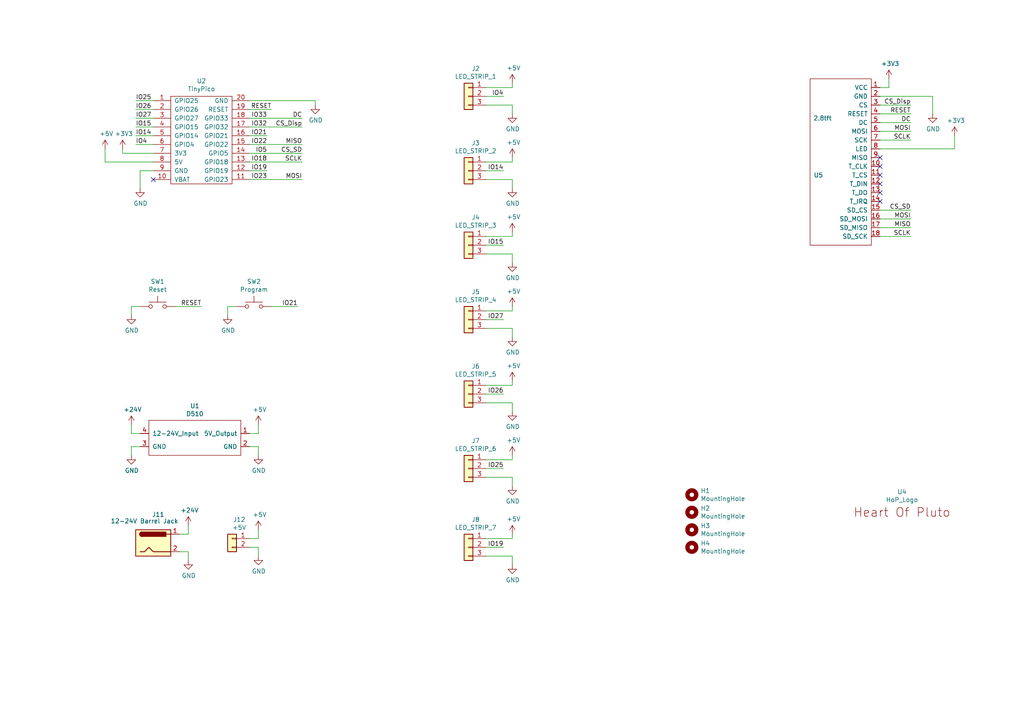
<source format=kicad_sch>
(kicad_sch (version 20211123) (generator eeschema)
  (paper "A4")
  (lib_symbols
    (symbol "Connector:Barrel_Jack" (pin_names (offset 1.016))
      (property "Reference" "J" (at 0 5.334 0))
      (property "Value" "Barrel_Jack" (at 0 -5.08 0))
      (symbol "Barrel_Jack_0_1"
        (rectangle (start -5.08 3.81) (end 5.08 -3.81) (stroke (width 0.254)) (fill (type background)))
        (arc (start -3.302 3.175) (mid -3.937 2.54) (end -3.302 1.905) (stroke (width 0.254)))
        (arc (start -3.302 3.175) (mid -3.937 2.54) (end -3.302 1.905) (stroke (width 0.254)) (fill (type outline)))
        (polyline (pts (xy 5.08 2.54) (xy 3.81 2.54)) (stroke (width 0.254)))
        (polyline (pts (xy -3.81 -2.54) (xy -2.54 -2.54) (xy -1.27 -1.27) (xy 0 -2.54) (xy 2.54 -2.54) (xy 5.08 -2.54)) (stroke (width 0.254)))
        (rectangle (start 3.683 3.175) (end -3.302 1.905) (stroke (width 0.254)) (fill (type outline)))
      )
      (symbol "Barrel_Jack_1_1"
        (pin passive line (at 7.62 2.54 180) (length 2.54) (name "~") (number "1"))
        (pin passive line (at 7.62 -2.54 180) (length 2.54) (name "~") (number "2"))
      )
    )
    (symbol "Connector_Generic:Conn_01x02" (pin_names (offset 1.016) hide)
      (property "Reference" "J" (at 0 2.54 0))
      (property "Value" "Conn_01x02" (at 0 -5.08 0))
      (symbol "Conn_01x02_1_1"
        (rectangle (start -1.27 -2.413) (end 0 -2.667) (stroke (width 0.1524)))
        (rectangle (start -1.27 0.127) (end 0 -0.127) (stroke (width 0.1524)))
        (rectangle (start -1.27 1.27) (end 1.27 -3.81) (stroke (width 0.254)) (fill (type background)))
        (pin passive line (at -5.08 0 0) (length 3.81) (name "Pin_1") (number "1"))
        (pin passive line (at -5.08 -2.54 0) (length 3.81) (name "Pin_2") (number "2"))
      )
    )
    (symbol "Connector_Generic:Conn_01x03" (pin_names (offset 1.016) hide)
      (property "Reference" "J" (at 0 5.08 0))
      (property "Value" "Conn_01x03" (at 0 -5.08 0))
      (symbol "Conn_01x03_1_1"
        (rectangle (start -1.27 -2.413) (end 0 -2.667) (stroke (width 0.1524)))
        (rectangle (start -1.27 0.127) (end 0 -0.127) (stroke (width 0.1524)))
        (rectangle (start -1.27 2.667) (end 0 2.413) (stroke (width 0.1524)))
        (rectangle (start -1.27 3.81) (end 1.27 -3.81) (stroke (width 0.254)) (fill (type background)))
        (pin passive line (at -5.08 2.54 0) (length 3.81) (name "Pin_1") (number "1"))
        (pin passive line (at -5.08 0 0) (length 3.81) (name "Pin_2") (number "2"))
        (pin passive line (at -5.08 -2.54 0) (length 3.81) (name "Pin_3") (number "3"))
      )
    )
    (symbol "Mechanical:MountingHole" (pin_names (offset 1.016))
      (property "Reference" "H" (at 0 5.08 0))
      (property "Value" "MountingHole" (at 0 3.175 0))
      (symbol "MountingHole_0_1"
        (circle (center 0 0) (radius 1.27) (stroke (width 1.27)))
      )
    )
    (symbol "Switch:SW_Push" (pin_numbers hide) (pin_names (offset 1.016) hide)
      (property "Reference" "SW" (at 1.27 2.54 0))
      (property "Value" "SW_Push" (at 0 -1.524 0))
      (symbol "SW_Push_0_1"
        (circle (center -2.032 0) (radius 0.508))
        (polyline (pts (xy 0 1.27) (xy 0 3.048)))
        (polyline (pts (xy 2.54 1.27) (xy -2.54 1.27)))
        (circle (center 2.032 0) (radius 0.508))
        (pin passive line (at -5.08 0 0) (length 2.54) (name "1") (number "1"))
        (pin passive line (at 5.08 0 180) (length 2.54) (name "2") (number "2"))
      )
    )
    (symbol "TinyPico:TinyPico" (pin_names (offset 1.016))
      (property "Reference" "U" (at 8.89 -26.67 0))
      (property "Value" "TinyPico" (at 8.89 1.27 0))
      (symbol "TinyPico_0_0"
        (pin unspecified line (at -5.08 -1.27 0) (length 5.08) (name "GPIO25") (number "1"))
        (pin unspecified line (at -5.08 -24.13 0) (length 5.08) (name "VBAT") (number "10"))
        (pin unspecified line (at 22.86 -24.13 180) (length 5.08) (name "GPIO23") (number "11"))
        (pin unspecified line (at 22.86 -21.59 180) (length 5.08) (name "GPIO19") (number "12"))
        (pin unspecified line (at 22.86 -19.05 180) (length 5.08) (name "GPIO18") (number "13"))
        (pin unspecified line (at 22.86 -16.51 180) (length 5.08) (name "GPIO5") (number "14"))
        (pin unspecified line (at 22.86 -13.97 180) (length 5.08) (name "GPIO22") (number "15"))
        (pin unspecified line (at 22.86 -11.43 180) (length 5.08) (name "GPIO21") (number "16"))
        (pin unspecified line (at 22.86 -8.89 180) (length 5.08) (name "GPIO32") (number "17"))
        (pin unspecified line (at 22.86 -6.35 180) (length 5.08) (name "GPIO33") (number "18"))
        (pin unspecified line (at 22.86 -3.81 180) (length 5.08) (name "RESET") (number "19"))
        (pin unspecified line (at -5.08 -3.81 0) (length 5.08) (name "GPIO26") (number "2"))
        (pin power_out line (at 22.86 -1.27 180) (length 5.08) (name "GND") (number "20"))
        (pin unspecified line (at -5.08 -6.35 0) (length 5.08) (name "GPIO27") (number "3"))
        (pin unspecified line (at -5.08 -8.89 0) (length 5.08) (name "GPIO15") (number "4"))
        (pin unspecified line (at -5.08 -11.43 0) (length 5.08) (name "GPIO14") (number "5"))
        (pin unspecified line (at -5.08 -13.97 0) (length 5.08) (name "GPIO4") (number "6"))
        (pin power_in line (at -5.08 -16.51 0) (length 5.08) (name "3V3") (number "7"))
        (pin power_in line (at -5.08 -19.05 0) (length 5.08) (name "5V") (number "8"))
        (pin power_out line (at -5.08 -21.59 0) (length 5.08) (name "GND") (number "9"))
      )
      (symbol "TinyPico_0_1"
        (rectangle (start 0 0) (end 17.78 -25.4))
      )
    )
    (symbol "daygreen-d510:D510" (pin_names (offset 1.016))
      (property "Reference" "U" (at 0 -3.81 0))
      (property "Value" "D510" (at 0 3.81 0))
      (symbol "D510_0_1"
        (rectangle (start -15.24 5.08) (end 11.43 -5.08))
      )
      (symbol "D510_1_1"
        (pin power_out line (at 13.97 1.27 180) (length 2.54) (name "5V_Output") (number "1"))
        (pin power_out line (at 13.97 -2.54 180) (length 2.54) (name "GND") (number "2"))
        (pin power_out line (at -17.78 -2.54 0) (length 2.54) (name "GND") (number "3"))
        (pin power_in line (at -17.78 1.27 0) (length 2.54) (name "12-24V_Input") (number "4"))
      )
    )
    (symbol "logos:HoP_Logo" (pin_names (offset 1.016))
      (property "Reference" "U" (at 0 0 0))
      (property "Value" "HoP_Logo" (at 0 -2.54 0))
      (symbol "HoP_Logo_0_0"
        (text "Heart Of Pluto" (at 0 2.54 0) (effects (font (size 2.54 2.54))))
      )
    )
    (symbol "power:+24V" (power) (pin_names (offset 0))
      (property "Value" "+24V" (at 0 3.556 0))
      (symbol "+24V_0_1"
        (polyline (pts (xy -0.762 1.27) (xy 0 2.54)))
        (polyline (pts (xy 0 0) (xy 0 2.54)))
        (polyline (pts (xy 0 2.54) (xy 0.762 1.27)))
      )
      (symbol "+24V_1_1"
        (pin power_in line (at 0 0 90) (length 0) hide (name "+24V") (number "1"))
      )
    )
    (symbol "power:+3V3" (power) (pin_names (offset 0))
      (property "Value" "+3V3" (at 0 3.556 0))
      (symbol "+3V3_0_1"
        (polyline (pts (xy -0.762 1.27) (xy 0 2.54)))
        (polyline (pts (xy 0 0) (xy 0 2.54)))
        (polyline (pts (xy 0 2.54) (xy 0.762 1.27)))
      )
      (symbol "+3V3_1_1"
        (pin power_in line (at 0 0 90) (length 0) hide (name "+3V3") (number "1"))
      )
    )
    (symbol "power:+5V" (power) (pin_names (offset 0))
      (property "Value" "+5V" (at 0 3.556 0))
      (symbol "+5V_0_1"
        (polyline (pts (xy -0.762 1.27) (xy 0 2.54)))
        (polyline (pts (xy 0 0) (xy 0 2.54)))
        (polyline (pts (xy 0 2.54) (xy 0.762 1.27)))
      )
      (symbol "+5V_1_1"
        (pin power_in line (at 0 0 90) (length 0) hide (name "+5V") (number "1"))
      )
    )
    (symbol "power:GND" (power) (pin_names (offset 0))
      (property "Value" "GND" (at 0 -3.81 0))
      (symbol "GND_0_1"
        (polyline (pts (xy 0 0) (xy 0 -1.27) (xy 1.27 -1.27) (xy 0 -2.54) (xy -1.27 -1.27) (xy 0 -1.27)))
      )
      (symbol "GND_1_1"
        (pin power_in line (at 0 0 270) (length 0) hide (name "GND") (number "1"))
      )
    )
    (symbol "spi_tft:2.8tft" (pin_names (offset 1.016))
      (property "Reference" "U" (at -6.35 -15.24 0))
      (property "Value" "2.8tft" (at -6.35 26.67 0))
      (symbol "2.8tft_0_1"
        (rectangle (start -10.16 29.21) (end 7.62 -19.05))
      )
      (symbol "2.8tft_1_1"
        (pin power_in line (at 10.16 -16.51 180) (length 2.54) (name "VCC") (number "1"))
        (pin input line (at 10.16 6.35 180) (length 2.54) (name "T_CLK") (number "10"))
        (pin input line (at 10.16 8.89 180) (length 2.54) (name "T_CS") (number "11"))
        (pin input line (at 10.16 11.43 180) (length 2.54) (name "T_DIN") (number "12"))
        (pin input line (at 10.16 13.97 180) (length 2.54) (name "T_DO") (number "13"))
        (pin input line (at 10.16 16.51 180) (length 2.54) (name "T_IRQ") (number "14"))
        (pin input line (at 10.16 19.05 180) (length 2.54) (name "SD_CS") (number "15"))
        (pin input line (at 10.16 21.59 180) (length 2.54) (name "SD_MOSI") (number "16"))
        (pin input line (at 10.16 24.13 180) (length 2.54) (name "SD_MISO") (number "17"))
        (pin input line (at 10.16 26.67 180) (length 2.54) (name "SD_SCK") (number "18"))
        (pin power_in line (at 10.16 -13.97 180) (length 2.54) (name "GND") (number "2"))
        (pin input line (at 10.16 -11.43 180) (length 2.54) (name "CS") (number "3"))
        (pin input line (at 10.16 -8.89 180) (length 2.54) (name "RESET") (number "4"))
        (pin input line (at 10.16 -6.35 180) (length 2.54) (name "DC") (number "5"))
        (pin input line (at 10.16 -3.81 180) (length 2.54) (name "MOSI") (number "6"))
        (pin input line (at 10.16 -1.27 180) (length 2.54) (name "SCK") (number "7"))
        (pin input line (at 10.16 1.27 180) (length 2.54) (name "LED") (number "8"))
        (pin input line (at 10.16 3.81 180) (length 2.54) (name "MISO") (number "9"))
      )
    )
  )
  (no_connect (at 255.27 50.8))
  (no_connect (at 255.27 53.34))
  (no_connect (at 255.27 45.72))
  (no_connect (at 44.45 52.07))
  (no_connect (at 255.27 55.88))
  (no_connect (at 255.27 48.26))
  (no_connect (at 255.27 58.42))
  (wire (pts (xy 140.97 46.99) (xy 148.59 46.99)))
  (wire (pts (xy 264.16 38.1) (xy 255.27 38.1)))
  (wire (pts (xy 255.27 66.04) (xy 264.16 66.04)))
  (wire (pts (xy 140.97 95.25) (xy 148.59 95.25)))
  (wire (pts (xy 30.48 46.99) (xy 30.48 43.18)))
  (wire (pts (xy 72.39 34.29) (xy 87.63 34.29)))
  (wire (pts (xy 66.04 88.9) (xy 68.58 88.9)))
  (wire (pts (xy 140.97 52.07) (xy 148.59 52.07)))
  (wire (pts (xy 148.59 116.84) (xy 148.59 119.38)))
  (wire (pts (xy 44.45 46.99) (xy 30.48 46.99)))
  (wire (pts (xy 140.97 161.29) (xy 148.59 161.29)))
  (wire (pts (xy 78.74 88.9) (xy 86.36 88.9)))
  (wire (pts (xy 77.47 49.53) (xy 72.39 49.53)))
  (wire (pts (xy 74.93 153.67) (xy 74.93 156.21)))
  (wire (pts (xy 148.59 46.99) (xy 148.59 45.72)))
  (wire (pts (xy 255.27 25.4) (xy 257.81 25.4)))
  (wire (pts (xy 255.27 40.64) (xy 264.16 40.64)))
  (wire (pts (xy 74.93 129.54) (xy 74.93 132.08)))
  (wire (pts (xy 140.97 138.43) (xy 148.59 138.43)))
  (wire (pts (xy 40.64 129.54) (xy 38.1 129.54)))
  (wire (pts (xy 77.47 39.37) (xy 72.39 39.37)))
  (wire (pts (xy 54.61 154.94) (xy 52.07 154.94)))
  (wire (pts (xy 148.59 52.07) (xy 148.59 54.61)))
  (wire (pts (xy 74.93 158.75) (xy 74.93 161.29)))
  (wire (pts (xy 44.45 39.37) (xy 39.37 39.37)))
  (wire (pts (xy 72.39 129.54) (xy 74.93 129.54)))
  (wire (pts (xy 72.39 158.75) (xy 74.93 158.75)))
  (wire (pts (xy 148.59 161.29) (xy 148.59 163.83)))
  (wire (pts (xy 44.45 29.21) (xy 39.37 29.21)))
  (wire (pts (xy 140.97 25.4) (xy 148.59 25.4)))
  (wire (pts (xy 255.27 35.56) (xy 264.16 35.56)))
  (wire (pts (xy 255.27 43.18) (xy 276.86 43.18)))
  (wire (pts (xy 140.97 114.3) (xy 146.05 114.3)))
  (wire (pts (xy 72.39 125.73) (xy 74.93 125.73)))
  (wire (pts (xy 255.27 27.94) (xy 270.51 27.94)))
  (wire (pts (xy 72.39 29.21) (xy 91.44 29.21)))
  (wire (pts (xy 148.59 133.35) (xy 148.59 132.08)))
  (wire (pts (xy 140.97 135.89) (xy 146.05 135.89)))
  (wire (pts (xy 54.61 152.4) (xy 54.61 154.94)))
  (wire (pts (xy 74.93 156.21) (xy 72.39 156.21)))
  (wire (pts (xy 44.45 34.29) (xy 39.37 34.29)))
  (wire (pts (xy 264.16 33.02) (xy 255.27 33.02)))
  (wire (pts (xy 40.64 54.61) (xy 40.64 49.53)))
  (wire (pts (xy 140.97 71.12) (xy 146.05 71.12)))
  (wire (pts (xy 148.59 111.76) (xy 148.59 110.49)))
  (wire (pts (xy 148.59 73.66) (xy 148.59 76.2)))
  (wire (pts (xy 264.16 30.48) (xy 255.27 30.48)))
  (wire (pts (xy 140.97 90.17) (xy 148.59 90.17)))
  (wire (pts (xy 39.37 36.83) (xy 44.45 36.83)))
  (wire (pts (xy 38.1 91.44) (xy 38.1 88.9)))
  (wire (pts (xy 148.59 156.21) (xy 148.59 154.94)))
  (wire (pts (xy 140.97 158.75) (xy 146.05 158.75)))
  (wire (pts (xy 140.97 27.94) (xy 146.05 27.94)))
  (wire (pts (xy 148.59 68.58) (xy 148.59 67.31)))
  (wire (pts (xy 54.61 160.02) (xy 54.61 162.56)))
  (wire (pts (xy 140.97 92.71) (xy 146.05 92.71)))
  (wire (pts (xy 72.39 52.07) (xy 87.63 52.07)))
  (wire (pts (xy 38.1 129.54) (xy 38.1 132.08)))
  (wire (pts (xy 140.97 49.53) (xy 146.05 49.53)))
  (wire (pts (xy 148.59 138.43) (xy 148.59 140.97)))
  (wire (pts (xy 140.97 156.21) (xy 148.59 156.21)))
  (wire (pts (xy 72.39 44.45) (xy 87.63 44.45)))
  (wire (pts (xy 35.56 44.45) (xy 44.45 44.45)))
  (wire (pts (xy 148.59 95.25) (xy 148.59 97.79)))
  (wire (pts (xy 72.39 36.83) (xy 87.63 36.83)))
  (wire (pts (xy 72.39 46.99) (xy 87.63 46.99)))
  (wire (pts (xy 91.44 29.21) (xy 91.44 30.48)))
  (wire (pts (xy 140.97 68.58) (xy 148.59 68.58)))
  (wire (pts (xy 148.59 90.17) (xy 148.59 88.9)))
  (wire (pts (xy 40.64 49.53) (xy 44.45 49.53)))
  (wire (pts (xy 52.07 160.02) (xy 54.61 160.02)))
  (wire (pts (xy 140.97 133.35) (xy 148.59 133.35)))
  (wire (pts (xy 255.27 63.5) (xy 264.16 63.5)))
  (wire (pts (xy 140.97 30.48) (xy 148.59 30.48)))
  (wire (pts (xy 255.27 60.96) (xy 264.16 60.96)))
  (wire (pts (xy 140.97 111.76) (xy 148.59 111.76)))
  (wire (pts (xy 38.1 125.73) (xy 40.64 125.73)))
  (wire (pts (xy 38.1 123.19) (xy 38.1 125.73)))
  (wire (pts (xy 257.81 25.4) (xy 257.81 22.86)))
  (wire (pts (xy 35.56 43.18) (xy 35.56 44.45)))
  (wire (pts (xy 38.1 88.9) (xy 40.64 88.9)))
  (wire (pts (xy 39.37 41.91) (xy 44.45 41.91)))
  (wire (pts (xy 276.86 43.18) (xy 276.86 39.37)))
  (wire (pts (xy 66.04 91.44) (xy 66.04 88.9)))
  (wire (pts (xy 140.97 73.66) (xy 148.59 73.66)))
  (wire (pts (xy 72.39 41.91) (xy 87.63 41.91)))
  (wire (pts (xy 148.59 25.4) (xy 148.59 24.13)))
  (wire (pts (xy 140.97 116.84) (xy 148.59 116.84)))
  (wire (pts (xy 148.59 30.48) (xy 148.59 33.02)))
  (wire (pts (xy 39.37 31.75) (xy 44.45 31.75)))
  (wire (pts (xy 270.51 27.94) (xy 270.51 33.02)))
  (wire (pts (xy 72.39 31.75) (xy 78.74 31.75)))
  (wire (pts (xy 50.8 88.9) (xy 58.42 88.9)))
  (wire (pts (xy 74.93 125.73) (xy 74.93 123.19)))
  (wire (pts (xy 255.27 68.58) (xy 264.16 68.58)))
  (label "CS_SD" (at 264.16 60.96 180))
  (label "IO4" (at 146.05 27.94 180))
  (label "SCLK" (at 87.63 46.99 180))
  (label "MISO" (at 87.63 41.91 180))
  (label "IO33" (at 77.47 34.29 180))
  (label "MOSI" (at 87.63 52.07 180))
  (label "IO14" (at 146.05 49.53 180))
  (label "CS_SD" (at 87.63 44.45 180))
  (label "SCLK" (at 264.16 40.64 180))
  (label "MOSI" (at 264.16 38.1 180))
  (label "CS_Disp" (at 264.16 30.48 180))
  (label "SCLK" (at 264.16 68.58 180))
  (label "IO25" (at 146.05 135.89 180))
  (label "RESET" (at 264.16 33.02 180))
  (label "CS_Disp" (at 87.63 36.83 180))
  (label "IO23" (at 77.47 52.07 180))
  (label "IO21" (at 86.36 88.9 180))
  (label "IO14" (at 39.37 39.37 0))
  (label "IO5" (at 77.47 44.45 180))
  (label "MOSI" (at 264.16 63.5 180))
  (label "MISO" (at 264.16 66.04 180))
  (label "IO15" (at 146.05 71.12 180))
  (label "IO25" (at 39.37 29.21 0))
  (label "IO32" (at 77.47 36.83 180))
  (label "IO21" (at 77.47 39.37 180))
  (label "IO27" (at 39.37 34.29 0))
  (label "IO26" (at 146.05 114.3 180))
  (label "RESET" (at 78.74 31.75 180))
  (label "RESET" (at 58.42 88.9 180))
  (label "IO19" (at 146.05 158.75 180))
  (label "IO19" (at 77.47 49.53 180))
  (label "DC" (at 264.16 35.56 180))
  (label "DC" (at 87.63 34.29 180))
  (label "IO22" (at 77.47 41.91 180))
  (label "IO15" (at 39.37 36.83 0))
  (label "IO26" (at 39.37 31.75 0))
  (label "IO4" (at 39.37 41.91 0))
  (label "IO27" (at 146.05 92.71 180))
  (label "IO18" (at 77.47 46.99 180))
  (symbol (lib_id "Connector_Generic:Conn_01x03") (at 135.89 158.75 0) (mirror y) (unit 1)
    (property "Reference" "J8" (at 137.9728 150.6982 0))
    (property "Value" "LED_STRIP_7" (at 137.9728 153.0096 0))
    (property "Footprint" "libs:p2035a-dinkle-3-way-5mm" (effects hide))
  )
  (symbol (lib_id "power:GND") (at 148.59 163.83 0) (unit 1)
    (property "Reference" "#PWR0109" (effects hide))
    (property "Value" "GND" (at 148.717 168.2242 0))
  )
  (symbol (lib_id "power:+5V") (at 148.59 154.94 0) (unit 1)
    (property "Reference" "#PWR0110" (effects hide))
    (property "Value" "+5V" (at 148.971 150.5458 0))
  )
  (symbol (lib_id "TinyPico:TinyPico") (at 49.53 27.94 0) (unit 1)
    (property "Reference" "U2" (at 58.42 23.495 0))
    (property "Value" "TinyPico" (at 58.42 25.8064 0))
    (property "Footprint" "libs:TinyPico" (effects hide))
  )
  (symbol (lib_id "Connector:Barrel_Jack") (at 44.45 157.48 0) (unit 1)
    (property "Reference" "J11" (at 45.8978 149.225 0))
    (property "Value" "12-24V Barrel Jack" (at 41.91 151.13 0))
    (property "Footprint" "Connector_BarrelJack:BarrelJack_Horizontal" (effects hide))
  )
  (symbol (lib_id "power:GND") (at 54.61 162.56 0) (unit 1)
    (property "Reference" "#PWR0111" (effects hide))
    (property "Value" "GND" (at 54.737 166.9542 0))
  )
  (symbol (lib_id "Connector_Generic:Conn_01x03") (at 135.89 135.89 0) (mirror y) (unit 1)
    (property "Reference" "J7" (at 137.9728 127.8382 0))
    (property "Value" "LED_STRIP_6" (at 137.9728 130.1496 0))
    (property "Footprint" "libs:p2035a-dinkle-3-way-5mm" (effects hide))
  )
  (symbol (lib_id "power:GND") (at 148.59 140.97 0) (unit 1)
    (property "Reference" "#PWR0117" (effects hide))
    (property "Value" "GND" (at 148.717 145.3642 0))
  )
  (symbol (lib_id "power:+5V") (at 148.59 132.08 0) (unit 1)
    (property "Reference" "#PWR0118" (effects hide))
    (property "Value" "+5V" (at 148.971 127.6858 0))
  )
  (symbol (lib_id "power:GND") (at 91.44 30.48 0) (unit 1)
    (property "Reference" "#PWR0103" (effects hide))
    (property "Value" "GND" (at 91.567 34.8742 0))
  )
  (symbol (lib_id "power:GND") (at 40.64 54.61 0) (unit 1)
    (property "Reference" "#PWR0104" (effects hide))
    (property "Value" "GND" (at 40.767 59.0042 0))
  )
  (symbol (lib_id "power:+3V3") (at 35.56 43.18 0) (unit 1)
    (property "Reference" "#PWR0105" (effects hide))
    (property "Value" "+3V3" (at 35.941 38.7858 0))
  )
  (symbol (lib_id "power:+5V") (at 30.48 43.18 0) (unit 1)
    (property "Reference" "#PWR0106" (effects hide))
    (property "Value" "+5V" (at 30.861 38.7858 0))
  )
  (symbol (lib_id "Connector_Generic:Conn_01x03") (at 135.89 27.94 0) (mirror y) (unit 1)
    (property "Reference" "J2" (at 137.9728 19.8882 0))
    (property "Value" "LED_STRIP_1" (at 137.9728 22.1996 0))
    (property "Footprint" "libs:p2035a-dinkle-3-way-5mm" (effects hide))
  )
  (symbol (lib_id "power:GND") (at 148.59 33.02 0) (unit 1)
    (property "Reference" "#PWR0119" (effects hide))
    (property "Value" "GND" (at 148.717 37.4142 0))
  )
  (symbol (lib_id "power:+5V") (at 148.59 24.13 0) (unit 1)
    (property "Reference" "#PWR0120" (effects hide))
    (property "Value" "+5V" (at 148.971 19.7358 0))
  )
  (symbol (lib_id "Connector_Generic:Conn_01x03") (at 135.89 49.53 0) (mirror y) (unit 1)
    (property "Reference" "J3" (at 137.9728 41.4782 0))
    (property "Value" "LED_STRIP_2" (at 137.9728 43.7896 0))
    (property "Footprint" "libs:p2035a-dinkle-3-way-5mm" (effects hide))
  )
  (symbol (lib_id "power:GND") (at 148.59 54.61 0) (unit 1)
    (property "Reference" "#PWR0121" (effects hide))
    (property "Value" "GND" (at 148.717 59.0042 0))
  )
  (symbol (lib_id "power:+5V") (at 148.59 45.72 0) (unit 1)
    (property "Reference" "#PWR0122" (effects hide))
    (property "Value" "+5V" (at 148.971 41.3258 0))
  )
  (symbol (lib_id "Connector_Generic:Conn_01x03") (at 135.89 71.12 0) (mirror y) (unit 1)
    (property "Reference" "J4" (at 137.9728 63.0682 0))
    (property "Value" "LED_STRIP_3" (at 137.9728 65.3796 0))
    (property "Footprint" "libs:p2035a-dinkle-3-way-5mm" (effects hide))
  )
  (symbol (lib_id "power:GND") (at 148.59 76.2 0) (unit 1)
    (property "Reference" "#PWR0123" (effects hide))
    (property "Value" "GND" (at 148.717 80.5942 0))
  )
  (symbol (lib_id "power:+5V") (at 148.59 67.31 0) (unit 1)
    (property "Reference" "#PWR0124" (effects hide))
    (property "Value" "+5V" (at 148.971 62.9158 0))
  )
  (symbol (lib_id "Connector_Generic:Conn_01x03") (at 135.89 92.71 0) (mirror y) (unit 1)
    (property "Reference" "J5" (at 137.9728 84.6582 0))
    (property "Value" "LED_STRIP_4" (at 137.9728 86.9696 0))
    (property "Footprint" "libs:p2035a-dinkle-3-way-5mm" (effects hide))
  )
  (symbol (lib_id "power:GND") (at 148.59 97.79 0) (unit 1)
    (property "Reference" "#PWR0125" (effects hide))
    (property "Value" "GND" (at 148.717 102.1842 0))
  )
  (symbol (lib_id "power:+5V") (at 148.59 88.9 0) (unit 1)
    (property "Reference" "#PWR0126" (effects hide))
    (property "Value" "+5V" (at 148.971 84.5058 0))
  )
  (symbol (lib_id "Connector_Generic:Conn_01x03") (at 135.89 114.3 0) (mirror y) (unit 1)
    (property "Reference" "J6" (at 137.9728 106.2482 0))
    (property "Value" "LED_STRIP_5" (at 137.9728 108.5596 0))
    (property "Footprint" "libs:p2035a-dinkle-3-way-5mm" (effects hide))
  )
  (symbol (lib_id "power:GND") (at 148.59 119.38 0) (unit 1)
    (property "Reference" "#PWR0127" (effects hide))
    (property "Value" "GND" (at 148.717 123.7742 0))
  )
  (symbol (lib_id "power:+5V") (at 148.59 110.49 0) (unit 1)
    (property "Reference" "#PWR0128" (effects hide))
    (property "Value" "+5V" (at 148.971 106.0958 0))
  )
  (symbol (lib_id "Connector_Generic:Conn_01x02") (at 67.31 156.21 0) (mirror y) (unit 1)
    (property "Reference" "J12" (at 69.3928 150.6982 0))
    (property "Value" "+5V" (at 69.3928 153.0096 0))
    (property "Footprint" "libs:p2034a-dinkle-2-way-5mm" (effects hide))
  )
  (symbol (lib_id "Mechanical:MountingHole") (at 200.66 143.51 0) (unit 1)
    (property "Reference" "H1" (at 203.2 142.3416 0) (effects (justify left)))
    (property "Value" "MountingHole" (at 203.2 144.653 0) (effects (justify left)))
    (property "Footprint" "MountingHole:MountingHole_3.2mm_M3" (effects hide))
  )
  (symbol (lib_id "Mechanical:MountingHole") (at 200.66 148.59 0) (unit 1)
    (property "Reference" "H2" (at 203.2 147.4216 0) (effects (justify left)))
    (property "Value" "MountingHole" (at 203.2 149.733 0) (effects (justify left)))
    (property "Footprint" "MountingHole:MountingHole_3.2mm_M3" (effects hide))
  )
  (symbol (lib_id "Mechanical:MountingHole") (at 200.66 153.67 0) (unit 1)
    (property "Reference" "H3" (at 203.2 152.5016 0) (effects (justify left)))
    (property "Value" "MountingHole" (at 203.2 154.813 0) (effects (justify left)))
    (property "Footprint" "MountingHole:MountingHole_3.2mm_M3" (effects hide))
  )
  (symbol (lib_id "Mechanical:MountingHole") (at 200.66 158.75 0) (unit 1)
    (property "Reference" "H4" (at 203.2 157.5816 0) (effects (justify left)))
    (property "Value" "MountingHole" (at 203.2 159.893 0) (effects (justify left)))
    (property "Footprint" "MountingHole:MountingHole_3.2mm_M3" (effects hide))
  )
  (symbol (lib_id "power:GND") (at 74.93 161.29 0) (unit 1)
    (property "Reference" "#PWR0131" (effects hide))
    (property "Value" "GND" (at 75.057 165.6842 0))
  )
  (symbol (lib_id "power:+5V") (at 74.93 153.67 0) (unit 1)
    (property "Reference" "#PWR0132" (effects hide))
    (property "Value" "+5V" (at 75.311 149.2758 0))
  )
  (symbol (lib_id "logos:HoP_Logo") (at 261.62 151.13 0) (unit 1)
    (property "Reference" "U4" (at 261.62 142.6464 0))
    (property "Value" "HoP_Logo" (at 261.62 144.9578 0))
    (property "Footprint" "libs:HoP_logo_large" (effects hide))
  )
  (symbol (lib_id "power:+24V") (at 54.61 152.4 0) (unit 1)
    (property "Reference" "#PWR0101" (effects hide))
    (property "Value" "+24V" (at 54.991 148.0058 0))
  )
  (symbol (lib_id "daygreen-d510:D510") (at 58.42 127 0) (unit 1)
    (property "Reference" "U1" (at 56.515 117.729 0))
    (property "Value" "D510" (at 56.515 120.0404 0))
    (property "Footprint" "libs:daygreen-d510" (effects hide))
  )
  (symbol (lib_id "power:+5V") (at 74.93 123.19 0) (unit 1)
    (property "Reference" "#PWR0102" (effects hide))
    (property "Value" "+5V" (at 75.311 118.7958 0))
  )
  (symbol (lib_id "power:GND") (at 74.93 132.08 0) (unit 1)
    (property "Reference" "#PWR0107" (effects hide))
    (property "Value" "GND" (at 75.057 136.4742 0))
  )
  (symbol (lib_id "power:+24V") (at 38.1 123.19 0) (unit 1)
    (property "Reference" "#PWR0108" (effects hide))
    (property "Value" "+24V" (at 38.481 118.7958 0))
  )
  (symbol (lib_id "power:GND") (at 38.1 132.08 0) (unit 1)
    (property "Reference" "#PWR0112" (effects hide))
    (property "Value" "GND" (at 38.227 136.4742 0))
  )
  (symbol (lib_id "spi_tft:2.8tft") (at 245.11 41.91 0) (mirror x) (unit 1)
    (property "Reference" "U5" (at 238.76 50.8 0) (effects (justify right)))
    (property "Value" "2.8tft" (at 241.3 34.29 0) (effects (justify right)))
    (property "Footprint" "libs:SPI_Screen_320_x_240_2.8" (effects hide))
  )
  (symbol (lib_id "power:GND") (at 270.51 33.02 0) (unit 1)
    (property "Reference" "#PWR0113" (effects hide))
    (property "Value" "GND" (at 270.637 37.4142 0))
  )
  (symbol (lib_id "power:+3V3") (at 257.81 22.86 0) (unit 1)
    (property "Reference" "#PWR0114" (effects hide))
    (property "Value" "+3V3" (at 258.191 18.4658 0))
  )
  (symbol (lib_id "Switch:SW_Push") (at 45.72 88.9 0) (unit 1)
    (property "Reference" "SW1" (at 45.72 81.661 0))
    (property "Value" "Reset" (at 45.72 83.9724 0))
    (property "Footprint" "Button_Switch_SMD:SW_Push_1P1T_NO_6x6mm_H9.5mm" (effects hide))
  )
  (symbol (lib_id "power:GND") (at 38.1 91.44 0) (unit 1)
    (property "Reference" "#PWR0133" (effects hide))
    (property "Value" "GND" (at 38.227 95.8342 0))
  )
  (symbol (lib_id "Switch:SW_Push") (at 73.66 88.9 0) (unit 1)
    (property "Reference" "SW2" (at 73.66 81.661 0))
    (property "Value" "Program" (at 73.66 83.9724 0))
    (property "Footprint" "Button_Switch_SMD:SW_Push_1P1T_NO_6x6mm_H9.5mm" (effects hide))
  )
  (symbol (lib_id "power:GND") (at 66.04 91.44 0) (unit 1)
    (property "Reference" "#PWR0129" (effects hide))
    (property "Value" "GND" (at 66.167 95.8342 0))
  )
  (symbol (lib_id "power:+3V3") (at 276.86 39.37 0) (unit 1)
    (property "Reference" "#PWR?" (effects hide))
    (property "Value" "+3V3" (at 277.241 34.9758 0))
  )
)
</source>
